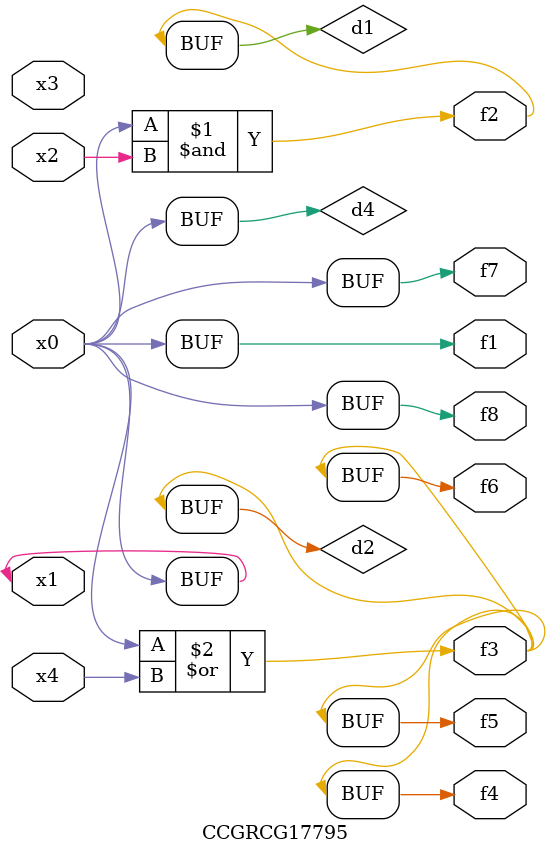
<source format=v>
module CCGRCG17795(
	input x0, x1, x2, x3, x4,
	output f1, f2, f3, f4, f5, f6, f7, f8
);

	wire d1, d2, d3, d4;

	and (d1, x0, x2);
	or (d2, x0, x4);
	nand (d3, x0, x2);
	buf (d4, x0, x1);
	assign f1 = d4;
	assign f2 = d1;
	assign f3 = d2;
	assign f4 = d2;
	assign f5 = d2;
	assign f6 = d2;
	assign f7 = d4;
	assign f8 = d4;
endmodule

</source>
